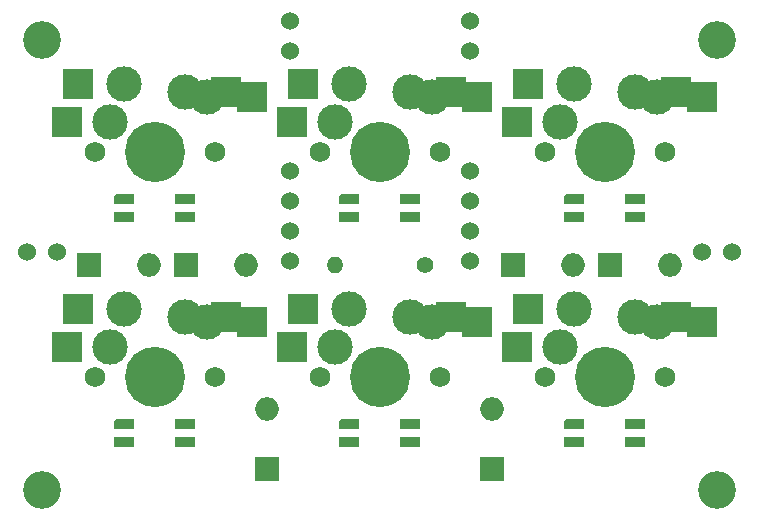
<source format=gbr>
%TF.GenerationSoftware,KiCad,Pcbnew,(6.0.2)*%
%TF.CreationDate,2022-08-22T21:21:30-07:00*%
%TF.ProjectId,minipad,6d696e69-7061-4642-9e6b-696361645f70,rev?*%
%TF.SameCoordinates,Original*%
%TF.FileFunction,Soldermask,Bot*%
%TF.FilePolarity,Negative*%
%FSLAX46Y46*%
G04 Gerber Fmt 4.6, Leading zero omitted, Abs format (unit mm)*
G04 Created by KiCad (PCBNEW (6.0.2)) date 2022-08-22 21:21:30*
%MOMM*%
%LPD*%
G01*
G04 APERTURE LIST*
G04 Aperture macros list*
%AMOutline5P*
0 Free polygon, 5 corners , with rotation*
0 The origin of the aperture is its center*
0 number of corners: always 5*
0 $1 to $10 corner X, Y*
0 $11 Rotation angle, in degrees counterclockwise*
0 create outline with 5 corners*
4,1,5,$1,$2,$3,$4,$5,$6,$7,$8,$9,$10,$1,$2,$11*%
%AMOutline6P*
0 Free polygon, 6 corners , with rotation*
0 The origin of the aperture is its center*
0 number of corners: always 6*
0 $1 to $12 corner X, Y*
0 $13 Rotation angle, in degrees counterclockwise*
0 create outline with 6 corners*
4,1,6,$1,$2,$3,$4,$5,$6,$7,$8,$9,$10,$11,$12,$1,$2,$13*%
%AMOutline7P*
0 Free polygon, 7 corners , with rotation*
0 The origin of the aperture is its center*
0 number of corners: always 7*
0 $1 to $14 corner X, Y*
0 $15 Rotation angle, in degrees counterclockwise*
0 create outline with 7 corners*
4,1,7,$1,$2,$3,$4,$5,$6,$7,$8,$9,$10,$11,$12,$13,$14,$1,$2,$15*%
%AMOutline8P*
0 Free polygon, 8 corners , with rotation*
0 The origin of the aperture is its center*
0 number of corners: always 8*
0 $1 to $16 corner X, Y*
0 $17 Rotation angle, in degrees counterclockwise*
0 create outline with 8 corners*
4,1,8,$1,$2,$3,$4,$5,$6,$7,$8,$9,$10,$11,$12,$13,$14,$15,$16,$1,$2,$17*%
G04 Aperture macros list end*
%ADD10O,1.400000X1.400000*%
%ADD11C,1.400000*%
%ADD12R,2.000000X2.000000*%
%ADD13O,2.000000X2.000000*%
%ADD14C,3.200000*%
%ADD15C,3.000000*%
%ADD16C,1.750000*%
%ADD17C,5.100000*%
%ADD18R,2.550000X2.500000*%
%ADD19R,2.550000X2.550000*%
%ADD20R,1.700000X0.820000*%
%ADD21Outline5P,-0.850000X0.246000X-0.686000X0.410000X0.850000X0.410000X0.850000X-0.410000X-0.850000X-0.410000X0.000000*%
%ADD22C,1.524000*%
G04 APERTURE END LIST*
D10*
%TO.C,R1*%
X221218314Y-141089181D03*
D11*
X228838314Y-141089181D03*
%TD*%
D12*
%TO.C,D6*%
X244514895Y-141089181D03*
D13*
X249594895Y-141089181D03*
%TD*%
D12*
%TO.C,D5*%
X234553322Y-158353258D03*
D13*
X234553322Y-153273258D03*
%TD*%
%TO.C,D4*%
X215503306Y-153273258D03*
D12*
X215503306Y-158353258D03*
%TD*%
%TO.C,D3*%
X236339261Y-141089181D03*
D13*
X241419261Y-141089181D03*
%TD*%
D12*
%TO.C,D2*%
X208637367Y-141089181D03*
D13*
X213717367Y-141089181D03*
%TD*%
D12*
%TO.C,D1*%
X200461733Y-141089181D03*
D13*
X205541733Y-141089181D03*
%TD*%
D14*
%TO.C,REF\u002A\u002A*%
X196453290Y-160139197D03*
%TD*%
D15*
%TO.C,SW4*%
X208518298Y-145534189D03*
X210378298Y-145914189D03*
D16*
X211058298Y-150614189D03*
D15*
X203378298Y-144864189D03*
D17*
X205978298Y-150614189D03*
D15*
X202168298Y-148074189D03*
D16*
X200898298Y-150614189D03*
D18*
X211993298Y-145534189D03*
D19*
X214253298Y-145914189D03*
X199503298Y-144864189D03*
D18*
X198568298Y-148074189D03*
D20*
X208578298Y-156064189D03*
X203378298Y-156064189D03*
X208578298Y-154564189D03*
D21*
X203378298Y-154564189D03*
%TD*%
D14*
%TO.C,REF\u002A\u002A*%
X253603338Y-160139197D03*
%TD*%
D15*
%TO.C,SW3*%
X248478330Y-126864173D03*
D16*
X249158330Y-131564173D03*
D15*
X240268330Y-129024173D03*
X241478330Y-125814173D03*
X246618330Y-126484173D03*
D16*
X238998330Y-131564173D03*
D17*
X244078330Y-131564173D03*
D18*
X250093330Y-126484173D03*
D19*
X252353330Y-126864173D03*
X237603330Y-125814173D03*
D18*
X236668330Y-129024173D03*
D20*
X246678330Y-137014173D03*
X241478330Y-137014173D03*
X246678330Y-135514173D03*
D21*
X241478330Y-135514173D03*
%TD*%
D16*
%TO.C,SW2*%
X230108314Y-131564173D03*
D15*
X229428314Y-126864173D03*
X227568314Y-126484173D03*
D17*
X225028314Y-131564173D03*
D15*
X221218314Y-129024173D03*
D16*
X219948314Y-131564173D03*
D15*
X222428314Y-125814173D03*
D19*
X233303314Y-126864173D03*
D18*
X231043314Y-126484173D03*
X217618314Y-129024173D03*
D19*
X218553314Y-125814173D03*
D20*
X227628314Y-137014173D03*
X222428314Y-137014173D03*
X227628314Y-135514173D03*
D21*
X222428314Y-135514173D03*
%TD*%
D15*
%TO.C,SW6*%
X241478330Y-144864189D03*
X240268330Y-148074189D03*
X246618330Y-145534189D03*
D17*
X244078330Y-150614189D03*
D15*
X248478330Y-145914189D03*
D16*
X249158330Y-150614189D03*
X238998330Y-150614189D03*
D18*
X250093330Y-145534189D03*
D19*
X252353330Y-145914189D03*
D18*
X236668330Y-148074189D03*
D19*
X237603330Y-144864189D03*
D20*
X246678330Y-156064189D03*
X241478330Y-156064189D03*
X246678330Y-154564189D03*
D21*
X241478330Y-154564189D03*
%TD*%
D22*
%TO.C,C2*%
X197723290Y-140015364D03*
X195183290Y-140015364D03*
%TD*%
D15*
%TO.C,SW1*%
X203378298Y-125814173D03*
D17*
X205978298Y-131564173D03*
D15*
X210378298Y-126864173D03*
X208518298Y-126484173D03*
X202168298Y-129024173D03*
D16*
X200898298Y-131564173D03*
X211058298Y-131564173D03*
D19*
X214253298Y-126864173D03*
D18*
X211993298Y-126484173D03*
X198568298Y-129024173D03*
D19*
X199503298Y-125814173D03*
D20*
X208578298Y-137014173D03*
X203378298Y-137014173D03*
X208578298Y-135514173D03*
D21*
X203378298Y-135514173D03*
%TD*%
D15*
%TO.C,SW5*%
X221218314Y-148074189D03*
X229428314Y-145914189D03*
X222428314Y-144864189D03*
D16*
X230108314Y-150614189D03*
D17*
X225028314Y-150614189D03*
D16*
X219948314Y-150614189D03*
D15*
X227568314Y-145534189D03*
D18*
X231043314Y-145534189D03*
D19*
X233303314Y-145914189D03*
X218553314Y-144864189D03*
D18*
X217618314Y-148074189D03*
D20*
X227628314Y-156064189D03*
X222428314Y-156064189D03*
X227628314Y-154564189D03*
D21*
X222428314Y-154564189D03*
%TD*%
D14*
%TO.C,REF\u002A\u002A*%
X253603338Y-122039165D03*
%TD*%
%TO.C,REF\u002A\u002A*%
X196453290Y-122039165D03*
%TD*%
D22*
%TO.C,U1*%
X232648314Y-120454165D03*
X232648314Y-122994165D03*
X232648314Y-133154165D03*
X232648314Y-135694165D03*
X232648314Y-138234165D03*
X232648314Y-140774165D03*
X217408314Y-140774165D03*
X217408314Y-138234165D03*
X217408314Y-135694165D03*
X217408314Y-133154165D03*
X217408314Y-122994165D03*
X217408314Y-120454165D03*
%TD*%
%TO.C,C1*%
X252333338Y-140015364D03*
X254873338Y-140015364D03*
%TD*%
M02*

</source>
